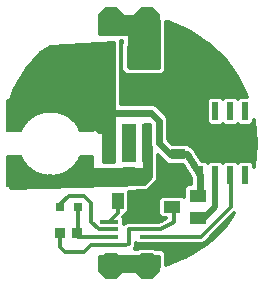
<source format=gtl>
G75*
%MOIN*%
%OFA0B0*%
%FSLAX25Y25*%
%IPPOS*%
%LPD*%
%AMOC8*
5,1,8,0,0,1.08239X$1,22.5*
%
%ADD10R,0.05118X0.03543*%
%ADD11R,0.02165X0.05906*%
%ADD12R,0.03937X0.05512*%
%ADD13R,0.01969X0.12992*%
%ADD14R,0.05118X0.12992*%
%ADD15OC8,0.08600*%
%ADD16C,0.00500*%
%ADD17C,0.00160*%
%ADD18R,0.05000X0.05000*%
%ADD19R,0.06299X0.07480*%
%ADD20R,0.03543X0.06299*%
%ADD21R,0.06299X0.01181*%
%ADD22R,0.03740X0.03740*%
%ADD23R,0.03150X0.03150*%
%ADD24R,0.05512X0.03937*%
%ADD25C,0.01000*%
%ADD26C,0.02400*%
%ADD27C,0.01200*%
%ADD28C,0.03762*%
%ADD29C,0.02778*%
%ADD30C,0.02000*%
D10*
X0062850Y0044110D03*
X0062850Y0051590D03*
D11*
X0070350Y0058480D03*
X0075350Y0058480D03*
X0080350Y0058480D03*
X0085350Y0058480D03*
X0085350Y0037220D03*
X0080350Y0037220D03*
X0075350Y0037220D03*
X0070350Y0037220D03*
D12*
X0050340Y0028519D03*
X0042860Y0028519D03*
X0046600Y0037181D03*
D13*
X0041088Y0047850D03*
X0052112Y0047850D03*
D14*
X0046600Y0047850D03*
D15*
X0040600Y0088850D03*
X0052600Y0088850D03*
X0052600Y0006850D03*
X0040600Y0006850D03*
D16*
X0034720Y0033480D02*
X0005980Y0033480D01*
X0005980Y0043716D01*
X0010507Y0043716D01*
X0010870Y0042459D01*
X0011424Y0041274D01*
X0012158Y0040190D01*
X0013051Y0039234D01*
X0014083Y0038430D01*
X0015229Y0037797D01*
X0016459Y0037351D01*
X0017744Y0037103D01*
X0019051Y0037059D01*
X0020350Y0037220D01*
X0021656Y0037012D01*
X0022979Y0037020D01*
X0024282Y0037246D01*
X0025531Y0037682D01*
X0026691Y0038317D01*
X0027731Y0039134D01*
X0028623Y0040111D01*
X0029343Y0041221D01*
X0029871Y0042433D01*
X0030193Y0043716D01*
X0034720Y0043716D01*
X0034720Y0033480D01*
X0034720Y0033758D02*
X0005980Y0033758D01*
X0005980Y0034256D02*
X0034720Y0034256D01*
X0034720Y0034755D02*
X0005980Y0034755D01*
X0005980Y0035253D02*
X0034720Y0035253D01*
X0034720Y0035752D02*
X0005980Y0035752D01*
X0005980Y0036250D02*
X0034720Y0036250D01*
X0034720Y0036749D02*
X0005980Y0036749D01*
X0005980Y0037247D02*
X0016995Y0037247D01*
X0015369Y0037746D02*
X0005980Y0037746D01*
X0005980Y0038244D02*
X0014419Y0038244D01*
X0013681Y0038743D02*
X0005980Y0038743D01*
X0005980Y0039241D02*
X0013044Y0039241D01*
X0012578Y0039740D02*
X0005980Y0039740D01*
X0005980Y0040238D02*
X0012125Y0040238D01*
X0011787Y0040737D02*
X0005980Y0040737D01*
X0005980Y0041235D02*
X0011450Y0041235D01*
X0011209Y0041734D02*
X0005980Y0041734D01*
X0005980Y0042232D02*
X0010976Y0042232D01*
X0010791Y0042731D02*
X0005980Y0042731D01*
X0005980Y0043229D02*
X0010648Y0043229D01*
X0010507Y0051984D02*
X0005980Y0051984D01*
X0005980Y0062220D01*
X0034720Y0062220D01*
X0034720Y0051984D01*
X0030193Y0051984D01*
X0029830Y0053241D01*
X0029276Y0054426D01*
X0028542Y0055510D01*
X0027649Y0056466D01*
X0026617Y0057270D01*
X0025471Y0057903D01*
X0024241Y0058349D01*
X0022956Y0058597D01*
X0021649Y0058641D01*
X0020350Y0058480D01*
X0019044Y0058688D01*
X0017721Y0058680D01*
X0016418Y0058454D01*
X0015169Y0058018D01*
X0014009Y0057383D01*
X0012969Y0056566D01*
X0012077Y0055589D01*
X0011357Y0054479D01*
X0010829Y0053267D01*
X0010507Y0051984D01*
X0010562Y0052203D02*
X0005980Y0052203D01*
X0005980Y0052701D02*
X0010687Y0052701D01*
X0010813Y0053200D02*
X0005980Y0053200D01*
X0005980Y0053698D02*
X0011017Y0053698D01*
X0011234Y0054197D02*
X0005980Y0054197D01*
X0005980Y0054695D02*
X0011497Y0054695D01*
X0011821Y0055194D02*
X0005980Y0055194D01*
X0005980Y0055692D02*
X0012171Y0055692D01*
X0012627Y0056191D02*
X0005980Y0056191D01*
X0005980Y0056689D02*
X0013127Y0056689D01*
X0013761Y0057188D02*
X0005980Y0057188D01*
X0005980Y0057686D02*
X0014564Y0057686D01*
X0015647Y0058185D02*
X0005980Y0058185D01*
X0005980Y0058683D02*
X0018277Y0058683D01*
X0019076Y0058683D02*
X0034720Y0058683D01*
X0034720Y0058185D02*
X0024695Y0058185D01*
X0025864Y0057686D02*
X0034720Y0057686D01*
X0034720Y0057188D02*
X0026723Y0057188D01*
X0027362Y0056689D02*
X0034720Y0056689D01*
X0034720Y0056191D02*
X0027906Y0056191D01*
X0028372Y0055692D02*
X0034720Y0055692D01*
X0034720Y0055194D02*
X0028757Y0055194D01*
X0029094Y0054695D02*
X0034720Y0054695D01*
X0034720Y0054197D02*
X0029383Y0054197D01*
X0029616Y0053698D02*
X0034720Y0053698D01*
X0034720Y0053200D02*
X0029842Y0053200D01*
X0029986Y0052701D02*
X0034720Y0052701D01*
X0034720Y0052203D02*
X0030129Y0052203D01*
X0034720Y0059182D02*
X0005980Y0059182D01*
X0005980Y0059680D02*
X0034720Y0059680D01*
X0034720Y0060179D02*
X0005980Y0060179D01*
X0005980Y0060677D02*
X0034720Y0060677D01*
X0034720Y0061176D02*
X0005980Y0061176D01*
X0005980Y0061674D02*
X0034720Y0061674D01*
X0034720Y0062173D02*
X0005980Y0062173D01*
X0030070Y0043229D02*
X0034720Y0043229D01*
X0034720Y0042731D02*
X0029945Y0042731D01*
X0029783Y0042232D02*
X0034720Y0042232D01*
X0034720Y0041734D02*
X0029566Y0041734D01*
X0029349Y0041235D02*
X0034720Y0041235D01*
X0034720Y0040737D02*
X0029029Y0040737D01*
X0028706Y0040238D02*
X0034720Y0040238D01*
X0034720Y0039740D02*
X0028284Y0039740D01*
X0027828Y0039241D02*
X0034720Y0039241D01*
X0034720Y0038743D02*
X0027232Y0038743D01*
X0026557Y0038244D02*
X0034720Y0038244D01*
X0034720Y0037746D02*
X0025647Y0037746D01*
X0024286Y0037247D02*
X0034720Y0037247D01*
D17*
X0031454Y0052493D02*
X0030127Y0051935D01*
X0030022Y0052173D01*
X0029910Y0052408D01*
X0029794Y0052640D01*
X0029671Y0052869D01*
X0029543Y0053095D01*
X0029409Y0053318D01*
X0029270Y0053538D01*
X0029126Y0053754D01*
X0028976Y0053967D01*
X0028822Y0054176D01*
X0028662Y0054381D01*
X0028497Y0054582D01*
X0028328Y0054779D01*
X0028154Y0054972D01*
X0027975Y0055160D01*
X0027791Y0055344D01*
X0027603Y0055524D01*
X0027411Y0055699D01*
X0027214Y0055869D01*
X0027014Y0056034D01*
X0026809Y0056195D01*
X0026601Y0056350D01*
X0026389Y0056500D01*
X0026173Y0056646D01*
X0025954Y0056785D01*
X0025732Y0056920D01*
X0025506Y0057048D01*
X0025277Y0057172D01*
X0025045Y0057290D01*
X0024811Y0057402D01*
X0024574Y0057508D01*
X0024334Y0057608D01*
X0024092Y0057703D01*
X0023847Y0057792D01*
X0023601Y0057874D01*
X0023353Y0057951D01*
X0023102Y0058021D01*
X0022851Y0058086D01*
X0022597Y0058144D01*
X0022343Y0058196D01*
X0022087Y0058242D01*
X0021830Y0058282D01*
X0021572Y0058315D01*
X0021313Y0058342D01*
X0021054Y0058363D01*
X0020795Y0058377D01*
X0020535Y0058385D01*
X0020275Y0058387D01*
X0020015Y0058382D01*
X0019756Y0058371D01*
X0019496Y0058354D01*
X0019237Y0058330D01*
X0018979Y0058300D01*
X0018722Y0058264D01*
X0018465Y0058222D01*
X0018210Y0058173D01*
X0017956Y0058118D01*
X0017703Y0058057D01*
X0017452Y0057990D01*
X0017203Y0057916D01*
X0016955Y0057837D01*
X0016710Y0057751D01*
X0016467Y0057660D01*
X0016225Y0057563D01*
X0015987Y0057460D01*
X0015751Y0057351D01*
X0015518Y0057236D01*
X0015287Y0057116D01*
X0015060Y0056990D01*
X0014836Y0056858D01*
X0014615Y0056722D01*
X0014397Y0056579D01*
X0014183Y0056432D01*
X0013973Y0056279D01*
X0013766Y0056122D01*
X0013563Y0055959D01*
X0013365Y0055791D01*
X0013170Y0055619D01*
X0012980Y0055442D01*
X0012794Y0055260D01*
X0012612Y0055074D01*
X0012436Y0054883D01*
X0012263Y0054689D01*
X0012096Y0054490D01*
X0011934Y0054287D01*
X0011776Y0054080D01*
X0011624Y0053869D01*
X0011477Y0053655D01*
X0011335Y0053437D01*
X0011199Y0053216D01*
X0011067Y0052992D01*
X0010942Y0052764D01*
X0010822Y0052533D01*
X0010708Y0052300D01*
X0010599Y0052064D01*
X0010496Y0051825D01*
X0009163Y0052368D01*
X0009279Y0052640D01*
X0009402Y0052908D01*
X0009532Y0053173D01*
X0009668Y0053435D01*
X0009810Y0053694D01*
X0009959Y0053949D01*
X0010114Y0054201D01*
X0010275Y0054448D01*
X0010442Y0054692D01*
X0010615Y0054931D01*
X0010793Y0055166D01*
X0010978Y0055397D01*
X0011168Y0055623D01*
X0011363Y0055844D01*
X0011564Y0056061D01*
X0011770Y0056272D01*
X0011981Y0056479D01*
X0012197Y0056680D01*
X0012418Y0056876D01*
X0012643Y0057067D01*
X0012873Y0057252D01*
X0013108Y0057431D01*
X0013347Y0057604D01*
X0013590Y0057772D01*
X0013837Y0057934D01*
X0014088Y0058089D01*
X0014343Y0058239D01*
X0014601Y0058382D01*
X0014863Y0058519D01*
X0015128Y0058649D01*
X0015396Y0058773D01*
X0015667Y0058890D01*
X0015941Y0059001D01*
X0016217Y0059105D01*
X0016496Y0059202D01*
X0016777Y0059292D01*
X0017060Y0059375D01*
X0017345Y0059452D01*
X0017632Y0059521D01*
X0017921Y0059584D01*
X0018211Y0059639D01*
X0018502Y0059687D01*
X0018795Y0059729D01*
X0019088Y0059763D01*
X0019382Y0059789D01*
X0019677Y0059809D01*
X0019972Y0059822D01*
X0020267Y0059827D01*
X0020562Y0059825D01*
X0020857Y0059816D01*
X0021152Y0059799D01*
X0021447Y0059776D01*
X0021740Y0059745D01*
X0022033Y0059707D01*
X0022325Y0059662D01*
X0022616Y0059610D01*
X0022905Y0059551D01*
X0023193Y0059485D01*
X0023479Y0059411D01*
X0023763Y0059331D01*
X0024045Y0059244D01*
X0024325Y0059150D01*
X0024602Y0059049D01*
X0024877Y0058942D01*
X0025150Y0058828D01*
X0025419Y0058707D01*
X0025686Y0058579D01*
X0025949Y0058446D01*
X0026209Y0058305D01*
X0026465Y0058159D01*
X0026718Y0058006D01*
X0026967Y0057847D01*
X0027212Y0057682D01*
X0027452Y0057512D01*
X0027689Y0057335D01*
X0027921Y0057153D01*
X0028149Y0056965D01*
X0028372Y0056771D01*
X0028590Y0056572D01*
X0028804Y0056368D01*
X0029012Y0056159D01*
X0029215Y0055945D01*
X0029413Y0055725D01*
X0029605Y0055501D01*
X0029792Y0055273D01*
X0029974Y0055040D01*
X0030149Y0054802D01*
X0030319Y0054561D01*
X0030483Y0054315D01*
X0030640Y0054065D01*
X0030792Y0053812D01*
X0030937Y0053555D01*
X0031076Y0053294D01*
X0031209Y0053031D01*
X0031335Y0052764D01*
X0031455Y0052494D01*
X0031315Y0052435D01*
X0031197Y0052702D01*
X0031073Y0052965D01*
X0030942Y0053226D01*
X0030804Y0053483D01*
X0030661Y0053737D01*
X0030511Y0053987D01*
X0030356Y0054234D01*
X0030194Y0054476D01*
X0030026Y0054715D01*
X0029853Y0054949D01*
X0029674Y0055179D01*
X0029489Y0055405D01*
X0029299Y0055626D01*
X0029104Y0055843D01*
X0028903Y0056054D01*
X0028698Y0056261D01*
X0028487Y0056462D01*
X0028271Y0056659D01*
X0028051Y0056850D01*
X0027826Y0057035D01*
X0027597Y0057215D01*
X0027363Y0057390D01*
X0027125Y0057558D01*
X0026883Y0057721D01*
X0026638Y0057878D01*
X0026388Y0058029D01*
X0026135Y0058174D01*
X0025878Y0058312D01*
X0025618Y0058444D01*
X0025355Y0058570D01*
X0025089Y0058689D01*
X0024820Y0058802D01*
X0024549Y0058908D01*
X0024275Y0059008D01*
X0023998Y0059100D01*
X0023720Y0059186D01*
X0023439Y0059266D01*
X0023157Y0059338D01*
X0022873Y0059403D01*
X0022587Y0059462D01*
X0022300Y0059513D01*
X0022012Y0059558D01*
X0021723Y0059595D01*
X0021433Y0059625D01*
X0021142Y0059649D01*
X0020851Y0059665D01*
X0020559Y0059674D01*
X0020268Y0059676D01*
X0019976Y0059671D01*
X0019685Y0059658D01*
X0019394Y0059639D01*
X0019104Y0059612D01*
X0018814Y0059579D01*
X0018525Y0059538D01*
X0018238Y0059490D01*
X0017951Y0059436D01*
X0017666Y0059374D01*
X0017383Y0059306D01*
X0017101Y0059230D01*
X0016822Y0059148D01*
X0016544Y0059059D01*
X0016269Y0058963D01*
X0015996Y0058860D01*
X0015725Y0058751D01*
X0015458Y0058635D01*
X0015193Y0058513D01*
X0014932Y0058384D01*
X0014673Y0058249D01*
X0014418Y0058108D01*
X0014167Y0057960D01*
X0013919Y0057807D01*
X0013675Y0057647D01*
X0013435Y0057482D01*
X0013199Y0057310D01*
X0012967Y0057133D01*
X0012740Y0056951D01*
X0012517Y0056762D01*
X0012299Y0056569D01*
X0012086Y0056370D01*
X0011877Y0056166D01*
X0011674Y0055957D01*
X0011476Y0055744D01*
X0011283Y0055525D01*
X0011095Y0055302D01*
X0010913Y0055074D01*
X0010737Y0054842D01*
X0010566Y0054605D01*
X0010401Y0054365D01*
X0010242Y0054121D01*
X0010089Y0053872D01*
X0009942Y0053620D01*
X0009802Y0053365D01*
X0009667Y0053106D01*
X0009539Y0052844D01*
X0009418Y0052579D01*
X0009302Y0052311D01*
X0009442Y0052254D01*
X0009556Y0052519D01*
X0009676Y0052781D01*
X0009802Y0053039D01*
X0009935Y0053295D01*
X0010074Y0053547D01*
X0010219Y0053795D01*
X0010370Y0054040D01*
X0010527Y0054282D01*
X0010690Y0054519D01*
X0010858Y0054753D01*
X0011033Y0054982D01*
X0011212Y0055207D01*
X0011398Y0055427D01*
X0011588Y0055643D01*
X0011784Y0055854D01*
X0011985Y0056060D01*
X0012190Y0056261D01*
X0012401Y0056458D01*
X0012616Y0056649D01*
X0012836Y0056834D01*
X0013061Y0057015D01*
X0013289Y0057189D01*
X0013522Y0057359D01*
X0013759Y0057522D01*
X0014000Y0057680D01*
X0014245Y0057831D01*
X0014493Y0057977D01*
X0014745Y0058116D01*
X0015000Y0058250D01*
X0015258Y0058377D01*
X0015520Y0058497D01*
X0015784Y0058612D01*
X0016051Y0058719D01*
X0016320Y0058821D01*
X0016592Y0058915D01*
X0016866Y0059003D01*
X0017142Y0059085D01*
X0017421Y0059159D01*
X0017700Y0059227D01*
X0017982Y0059288D01*
X0018264Y0059342D01*
X0018548Y0059389D01*
X0018833Y0059429D01*
X0019119Y0059462D01*
X0019406Y0059488D01*
X0019693Y0059508D01*
X0019981Y0059520D01*
X0020269Y0059525D01*
X0020557Y0059523D01*
X0020844Y0059514D01*
X0021132Y0059498D01*
X0021419Y0059475D01*
X0021705Y0059445D01*
X0021990Y0059408D01*
X0022275Y0059364D01*
X0022558Y0059314D01*
X0022840Y0059256D01*
X0023121Y0059191D01*
X0023400Y0059120D01*
X0023677Y0059042D01*
X0023952Y0058957D01*
X0024225Y0058865D01*
X0024495Y0058767D01*
X0024763Y0058662D01*
X0025029Y0058551D01*
X0025292Y0058433D01*
X0025551Y0058309D01*
X0025808Y0058178D01*
X0026061Y0058042D01*
X0026311Y0057899D01*
X0026558Y0057750D01*
X0026800Y0057595D01*
X0027039Y0057435D01*
X0027274Y0057268D01*
X0027505Y0057096D01*
X0027731Y0056918D01*
X0027953Y0056735D01*
X0028171Y0056546D01*
X0028383Y0056352D01*
X0028591Y0056153D01*
X0028794Y0055949D01*
X0028993Y0055741D01*
X0029185Y0055527D01*
X0029373Y0055309D01*
X0029555Y0055086D01*
X0029732Y0054859D01*
X0029903Y0054627D01*
X0030069Y0054392D01*
X0030228Y0054152D01*
X0030382Y0053909D01*
X0030530Y0053662D01*
X0030672Y0053411D01*
X0030807Y0053157D01*
X0030937Y0052900D01*
X0031060Y0052640D01*
X0031176Y0052377D01*
X0031037Y0052318D01*
X0030922Y0052578D01*
X0030800Y0052835D01*
X0030673Y0053089D01*
X0030539Y0053339D01*
X0030399Y0053587D01*
X0030253Y0053830D01*
X0030101Y0054071D01*
X0029944Y0054307D01*
X0029780Y0054540D01*
X0029611Y0054768D01*
X0029437Y0054992D01*
X0029257Y0055212D01*
X0029072Y0055428D01*
X0028881Y0055639D01*
X0028686Y0055845D01*
X0028485Y0056046D01*
X0028280Y0056242D01*
X0028070Y0056434D01*
X0027855Y0056620D01*
X0027636Y0056801D01*
X0027412Y0056976D01*
X0027185Y0057146D01*
X0026953Y0057311D01*
X0026717Y0057469D01*
X0026477Y0057622D01*
X0026234Y0057769D01*
X0025988Y0057910D01*
X0025737Y0058045D01*
X0025484Y0058174D01*
X0025228Y0058296D01*
X0024968Y0058412D01*
X0024706Y0058522D01*
X0024442Y0058626D01*
X0024175Y0058723D01*
X0023905Y0058813D01*
X0023634Y0058897D01*
X0023360Y0058974D01*
X0023085Y0059045D01*
X0022808Y0059108D01*
X0022530Y0059165D01*
X0022250Y0059215D01*
X0021969Y0059259D01*
X0021687Y0059295D01*
X0021405Y0059325D01*
X0021121Y0059347D01*
X0020838Y0059363D01*
X0020554Y0059372D01*
X0020270Y0059374D01*
X0019985Y0059369D01*
X0019702Y0059357D01*
X0019418Y0059338D01*
X0019135Y0059312D01*
X0018853Y0059279D01*
X0018571Y0059240D01*
X0018291Y0059193D01*
X0018012Y0059140D01*
X0017734Y0059080D01*
X0017458Y0059013D01*
X0017184Y0058939D01*
X0016911Y0058859D01*
X0016640Y0058772D01*
X0016372Y0058679D01*
X0016106Y0058579D01*
X0015843Y0058472D01*
X0015582Y0058360D01*
X0015324Y0058241D01*
X0015069Y0058115D01*
X0014817Y0057984D01*
X0014568Y0057846D01*
X0014323Y0057702D01*
X0014082Y0057552D01*
X0013844Y0057397D01*
X0013610Y0057236D01*
X0013380Y0057069D01*
X0013154Y0056896D01*
X0012933Y0056718D01*
X0012716Y0056535D01*
X0012503Y0056346D01*
X0012295Y0056153D01*
X0012092Y0055954D01*
X0011894Y0055750D01*
X0011700Y0055542D01*
X0011512Y0055329D01*
X0011330Y0055111D01*
X0011152Y0054890D01*
X0010980Y0054663D01*
X0010814Y0054433D01*
X0010653Y0054199D01*
X0010498Y0053960D01*
X0010349Y0053719D01*
X0010206Y0053473D01*
X0010069Y0053224D01*
X0009938Y0052972D01*
X0009813Y0052717D01*
X0009694Y0052459D01*
X0009582Y0052197D01*
X0009722Y0052140D01*
X0009833Y0052398D01*
X0009950Y0052653D01*
X0010073Y0052905D01*
X0010202Y0053154D01*
X0010338Y0053399D01*
X0010479Y0053642D01*
X0010626Y0053880D01*
X0010779Y0054115D01*
X0010938Y0054347D01*
X0011102Y0054574D01*
X0011272Y0054797D01*
X0011447Y0055016D01*
X0011627Y0055231D01*
X0011813Y0055441D01*
X0012004Y0055647D01*
X0012199Y0055848D01*
X0012400Y0056044D01*
X0012605Y0056235D01*
X0012815Y0056421D01*
X0013029Y0056602D01*
X0013248Y0056778D01*
X0013471Y0056948D01*
X0013698Y0057113D01*
X0013929Y0057272D01*
X0014163Y0057425D01*
X0014402Y0057573D01*
X0014644Y0057715D01*
X0014889Y0057851D01*
X0015138Y0057981D01*
X0015389Y0058104D01*
X0015644Y0058222D01*
X0015901Y0058333D01*
X0016161Y0058438D01*
X0016424Y0058537D01*
X0016689Y0058629D01*
X0016956Y0058715D01*
X0017225Y0058794D01*
X0017496Y0058867D01*
X0017768Y0058933D01*
X0018042Y0058992D01*
X0018318Y0059045D01*
X0018594Y0059090D01*
X0018872Y0059130D01*
X0019151Y0059162D01*
X0019430Y0059187D01*
X0019710Y0059206D01*
X0019990Y0059218D01*
X0020270Y0059223D01*
X0020551Y0059221D01*
X0020831Y0059212D01*
X0021111Y0059197D01*
X0021391Y0059174D01*
X0021670Y0059145D01*
X0021948Y0059109D01*
X0022225Y0059067D01*
X0022501Y0059017D01*
X0022776Y0058961D01*
X0023049Y0058898D01*
X0023321Y0058828D01*
X0023591Y0058752D01*
X0023859Y0058669D01*
X0024125Y0058580D01*
X0024388Y0058485D01*
X0024649Y0058382D01*
X0024908Y0058274D01*
X0025164Y0058159D01*
X0025417Y0058038D01*
X0025667Y0057911D01*
X0025914Y0057778D01*
X0026157Y0057639D01*
X0026397Y0057494D01*
X0026634Y0057343D01*
X0026867Y0057187D01*
X0027095Y0057024D01*
X0027320Y0056857D01*
X0027541Y0056684D01*
X0027757Y0056505D01*
X0027969Y0056321D01*
X0028176Y0056133D01*
X0028379Y0055939D01*
X0028577Y0055740D01*
X0028770Y0055537D01*
X0028958Y0055328D01*
X0029141Y0055116D01*
X0029318Y0054899D01*
X0029491Y0054677D01*
X0029657Y0054452D01*
X0029819Y0054222D01*
X0029974Y0053989D01*
X0030124Y0053752D01*
X0030268Y0053511D01*
X0030406Y0053267D01*
X0030538Y0053020D01*
X0030664Y0052769D01*
X0030784Y0052516D01*
X0030898Y0052259D01*
X0030759Y0052201D01*
X0030646Y0052454D01*
X0030528Y0052704D01*
X0030404Y0052951D01*
X0030273Y0053195D01*
X0030137Y0053436D01*
X0029995Y0053674D01*
X0029847Y0053908D01*
X0029693Y0054138D01*
X0029534Y0054364D01*
X0029370Y0054587D01*
X0029200Y0054805D01*
X0029024Y0055019D01*
X0028844Y0055229D01*
X0028659Y0055435D01*
X0028468Y0055635D01*
X0028273Y0055831D01*
X0028073Y0056023D01*
X0027868Y0056209D01*
X0027659Y0056390D01*
X0027446Y0056566D01*
X0027228Y0056737D01*
X0027006Y0056903D01*
X0026780Y0057063D01*
X0026551Y0057217D01*
X0026317Y0057366D01*
X0026080Y0057509D01*
X0025840Y0057646D01*
X0025597Y0057778D01*
X0025350Y0057903D01*
X0025100Y0058022D01*
X0024848Y0058136D01*
X0024592Y0058243D01*
X0024335Y0058343D01*
X0024075Y0058438D01*
X0023812Y0058526D01*
X0023548Y0058607D01*
X0023281Y0058683D01*
X0023013Y0058751D01*
X0022744Y0058813D01*
X0022472Y0058869D01*
X0022200Y0058918D01*
X0021927Y0058960D01*
X0021652Y0058995D01*
X0021377Y0059024D01*
X0021101Y0059046D01*
X0020825Y0059061D01*
X0020548Y0059070D01*
X0020271Y0059072D01*
X0019995Y0059067D01*
X0019718Y0059055D01*
X0019442Y0059037D01*
X0019166Y0059012D01*
X0018891Y0058980D01*
X0018617Y0058941D01*
X0018344Y0058896D01*
X0018073Y0058844D01*
X0017802Y0058786D01*
X0017533Y0058720D01*
X0017266Y0058649D01*
X0017000Y0058571D01*
X0016737Y0058486D01*
X0016475Y0058395D01*
X0016216Y0058298D01*
X0015960Y0058194D01*
X0015706Y0058084D01*
X0015455Y0057968D01*
X0015206Y0057846D01*
X0014961Y0057718D01*
X0014719Y0057584D01*
X0014480Y0057444D01*
X0014245Y0057298D01*
X0014013Y0057147D01*
X0013785Y0056990D01*
X0013561Y0056827D01*
X0013341Y0056659D01*
X0013126Y0056486D01*
X0012914Y0056307D01*
X0012707Y0056124D01*
X0012505Y0055935D01*
X0012307Y0055742D01*
X0012114Y0055543D01*
X0011925Y0055341D01*
X0011742Y0055133D01*
X0011564Y0054921D01*
X0011391Y0054705D01*
X0011224Y0054485D01*
X0011062Y0054260D01*
X0010905Y0054032D01*
X0010754Y0053800D01*
X0010609Y0053565D01*
X0010469Y0053326D01*
X0010336Y0053083D01*
X0010208Y0052838D01*
X0010087Y0052589D01*
X0009971Y0052338D01*
X0009862Y0052084D01*
X0010002Y0052027D01*
X0010110Y0052277D01*
X0010224Y0052525D01*
X0010344Y0052771D01*
X0010469Y0053013D01*
X0010601Y0053252D01*
X0010739Y0053488D01*
X0010882Y0053720D01*
X0011031Y0053949D01*
X0011186Y0054174D01*
X0011346Y0054396D01*
X0011511Y0054613D01*
X0011681Y0054826D01*
X0011857Y0055035D01*
X0012038Y0055240D01*
X0012224Y0055440D01*
X0012414Y0055636D01*
X0012609Y0055826D01*
X0012809Y0056012D01*
X0013013Y0056194D01*
X0013222Y0056370D01*
X0013435Y0056541D01*
X0013652Y0056706D01*
X0013873Y0056867D01*
X0014098Y0057022D01*
X0014326Y0057171D01*
X0014558Y0057315D01*
X0014794Y0057453D01*
X0015033Y0057585D01*
X0015275Y0057712D01*
X0015520Y0057832D01*
X0015768Y0057947D01*
X0016018Y0058055D01*
X0016272Y0058157D01*
X0016527Y0058253D01*
X0016785Y0058343D01*
X0017045Y0058426D01*
X0017307Y0058504D01*
X0017571Y0058574D01*
X0017836Y0058638D01*
X0018103Y0058696D01*
X0018371Y0058747D01*
X0018640Y0058792D01*
X0018911Y0058830D01*
X0019182Y0058861D01*
X0019454Y0058886D01*
X0019726Y0058904D01*
X0019999Y0058916D01*
X0020272Y0058921D01*
X0020545Y0058919D01*
X0020818Y0058911D01*
X0021091Y0058895D01*
X0021363Y0058874D01*
X0021634Y0058845D01*
X0021905Y0058810D01*
X0022175Y0058769D01*
X0022444Y0058721D01*
X0022711Y0058666D01*
X0022977Y0058605D01*
X0023242Y0058537D01*
X0023505Y0058463D01*
X0023766Y0058382D01*
X0024024Y0058295D01*
X0024281Y0058202D01*
X0024535Y0058103D01*
X0024787Y0057997D01*
X0025036Y0057886D01*
X0025283Y0057768D01*
X0025526Y0057644D01*
X0025766Y0057515D01*
X0026004Y0057379D01*
X0026237Y0057238D01*
X0026467Y0057091D01*
X0026694Y0056939D01*
X0026917Y0056781D01*
X0027136Y0056618D01*
X0027350Y0056449D01*
X0027561Y0056275D01*
X0027767Y0056097D01*
X0027969Y0055913D01*
X0028167Y0055724D01*
X0028359Y0055531D01*
X0028547Y0055332D01*
X0028730Y0055130D01*
X0028908Y0054923D01*
X0029081Y0054712D01*
X0029249Y0054496D01*
X0029411Y0054277D01*
X0029568Y0054053D01*
X0029720Y0053826D01*
X0029866Y0053595D01*
X0030006Y0053361D01*
X0030141Y0053123D01*
X0030269Y0052883D01*
X0030392Y0052639D01*
X0030509Y0052392D01*
X0030619Y0052142D01*
X0030480Y0052084D01*
X0030371Y0052330D01*
X0030256Y0052573D01*
X0030135Y0052814D01*
X0030008Y0053052D01*
X0029875Y0053286D01*
X0029737Y0053517D01*
X0029593Y0053745D01*
X0029443Y0053969D01*
X0029288Y0054189D01*
X0029128Y0054406D01*
X0028963Y0054618D01*
X0028792Y0054826D01*
X0028616Y0055031D01*
X0028436Y0055230D01*
X0028251Y0055426D01*
X0028060Y0055617D01*
X0027866Y0055803D01*
X0027667Y0055984D01*
X0027463Y0056160D01*
X0027255Y0056332D01*
X0027043Y0056498D01*
X0026827Y0056659D01*
X0026608Y0056815D01*
X0026384Y0056965D01*
X0026157Y0057110D01*
X0025927Y0057249D01*
X0025693Y0057383D01*
X0025456Y0057511D01*
X0025216Y0057633D01*
X0024973Y0057749D01*
X0024727Y0057859D01*
X0024478Y0057963D01*
X0024228Y0058061D01*
X0023974Y0058153D01*
X0023719Y0058239D01*
X0023462Y0058318D01*
X0023202Y0058391D01*
X0022942Y0058458D01*
X0022679Y0058518D01*
X0022415Y0058572D01*
X0022150Y0058620D01*
X0021884Y0058661D01*
X0021617Y0058695D01*
X0021349Y0058723D01*
X0021080Y0058745D01*
X0020812Y0058760D01*
X0020542Y0058768D01*
X0020273Y0058770D01*
X0020004Y0058765D01*
X0019735Y0058754D01*
X0019466Y0058736D01*
X0019198Y0058711D01*
X0018930Y0058680D01*
X0018663Y0058643D01*
X0018398Y0058599D01*
X0018133Y0058548D01*
X0017870Y0058491D01*
X0017608Y0058428D01*
X0017348Y0058358D01*
X0017090Y0058282D01*
X0016833Y0058200D01*
X0016579Y0058111D01*
X0016327Y0058017D01*
X0016077Y0057916D01*
X0015830Y0057809D01*
X0015585Y0057696D01*
X0015343Y0057577D01*
X0015105Y0057452D01*
X0014869Y0057322D01*
X0014637Y0057186D01*
X0014408Y0057044D01*
X0014182Y0056897D01*
X0013961Y0056744D01*
X0013743Y0056586D01*
X0013529Y0056422D01*
X0013319Y0056254D01*
X0013113Y0056080D01*
X0012911Y0055901D01*
X0012714Y0055718D01*
X0012521Y0055529D01*
X0012334Y0055336D01*
X0012150Y0055139D01*
X0011972Y0054937D01*
X0011799Y0054731D01*
X0011630Y0054521D01*
X0011467Y0054306D01*
X0011310Y0054088D01*
X0011157Y0053866D01*
X0011010Y0053640D01*
X0010869Y0053411D01*
X0010733Y0053178D01*
X0010603Y0052943D01*
X0010479Y0052704D01*
X0010360Y0052462D01*
X0010248Y0052217D01*
X0010141Y0051970D01*
X0010281Y0051913D01*
X0010386Y0052157D01*
X0010497Y0052398D01*
X0010614Y0052636D01*
X0010737Y0052872D01*
X0010865Y0053105D01*
X0010999Y0053334D01*
X0011138Y0053560D01*
X0011283Y0053783D01*
X0011434Y0054002D01*
X0011589Y0054217D01*
X0011750Y0054428D01*
X0011916Y0054636D01*
X0012087Y0054839D01*
X0012263Y0055038D01*
X0012443Y0055233D01*
X0012629Y0055423D01*
X0012819Y0055609D01*
X0013013Y0055790D01*
X0013212Y0055966D01*
X0013415Y0056137D01*
X0013622Y0056304D01*
X0013833Y0056465D01*
X0014048Y0056621D01*
X0014267Y0056772D01*
X0014489Y0056917D01*
X0014715Y0057057D01*
X0014944Y0057191D01*
X0015177Y0057320D01*
X0015412Y0057443D01*
X0015651Y0057560D01*
X0015892Y0057671D01*
X0016135Y0057777D01*
X0016382Y0057876D01*
X0016630Y0057969D01*
X0016881Y0058057D01*
X0017134Y0058138D01*
X0017389Y0058213D01*
X0017646Y0058282D01*
X0017904Y0058344D01*
X0018163Y0058400D01*
X0018424Y0058450D01*
X0018686Y0058493D01*
X0018949Y0058530D01*
X0019213Y0058561D01*
X0019478Y0058585D01*
X0019743Y0058603D01*
X0020008Y0058614D01*
X0020274Y0058619D01*
X0020539Y0058617D01*
X0020805Y0058609D01*
X0021070Y0058594D01*
X0021335Y0058573D01*
X0021599Y0058545D01*
X0021863Y0058511D01*
X0022125Y0058471D01*
X0022387Y0058424D01*
X0022647Y0058371D01*
X0022906Y0058311D01*
X0023163Y0058245D01*
X0023419Y0058173D01*
X0023672Y0058095D01*
X0023924Y0058010D01*
X0024174Y0057920D01*
X0024421Y0057823D01*
X0024666Y0057720D01*
X0024909Y0057612D01*
X0025148Y0057497D01*
X0025385Y0057377D01*
X0025619Y0057251D01*
X0025850Y0057119D01*
X0026077Y0056982D01*
X0026301Y0056839D01*
X0026521Y0056691D01*
X0026738Y0056537D01*
X0026951Y0056379D01*
X0027160Y0056215D01*
X0027365Y0056046D01*
X0027566Y0055872D01*
X0027762Y0055693D01*
X0027954Y0055509D01*
X0028142Y0055321D01*
X0028325Y0055128D01*
X0028503Y0054931D01*
X0028676Y0054730D01*
X0028844Y0054524D01*
X0029007Y0054315D01*
X0029165Y0054101D01*
X0029318Y0053884D01*
X0029466Y0053663D01*
X0029608Y0053439D01*
X0029744Y0053211D01*
X0029875Y0052980D01*
X0030000Y0052745D01*
X0030120Y0052508D01*
X0030233Y0052268D01*
X0030341Y0052025D01*
X0030202Y0051967D01*
X0030096Y0052206D01*
X0029984Y0052443D01*
X0029866Y0052677D01*
X0029742Y0052908D01*
X0029613Y0053136D01*
X0029479Y0053360D01*
X0029338Y0053582D01*
X0029193Y0053800D01*
X0029042Y0054014D01*
X0028887Y0054224D01*
X0028726Y0054431D01*
X0028560Y0054634D01*
X0028389Y0054832D01*
X0028213Y0055026D01*
X0028033Y0055216D01*
X0027848Y0055402D01*
X0027659Y0055583D01*
X0027465Y0055759D01*
X0027267Y0055931D01*
X0027065Y0056097D01*
X0026859Y0056259D01*
X0026649Y0056416D01*
X0026435Y0056567D01*
X0026218Y0056713D01*
X0025997Y0056854D01*
X0025773Y0056989D01*
X0025545Y0057119D01*
X0025315Y0057243D01*
X0025081Y0057362D01*
X0024845Y0057475D01*
X0024606Y0057582D01*
X0024364Y0057683D01*
X0024120Y0057779D01*
X0023874Y0057868D01*
X0023626Y0057951D01*
X0023376Y0058029D01*
X0023124Y0058100D01*
X0022870Y0058165D01*
X0022615Y0058223D01*
X0022358Y0058276D01*
X0022100Y0058322D01*
X0021841Y0058362D01*
X0021581Y0058395D01*
X0021321Y0058423D01*
X0021060Y0058444D01*
X0020798Y0058458D01*
X0020537Y0058466D01*
X0020275Y0058468D01*
X0020013Y0058463D01*
X0019751Y0058452D01*
X0019490Y0058435D01*
X0019229Y0058411D01*
X0018969Y0058381D01*
X0018709Y0058344D01*
X0018451Y0058301D01*
X0018194Y0058252D01*
X0017938Y0058197D01*
X0017683Y0058135D01*
X0017430Y0058068D01*
X0017179Y0057994D01*
X0016929Y0057914D01*
X0016682Y0057828D01*
X0016437Y0057735D01*
X0016194Y0057637D01*
X0015954Y0057533D01*
X0015716Y0057424D01*
X0015481Y0057308D01*
X0015249Y0057187D01*
X0015019Y0057060D01*
X0014794Y0056928D01*
X0014571Y0056790D01*
X0014352Y0056646D01*
X0014136Y0056498D01*
X0013924Y0056344D01*
X0013716Y0056185D01*
X0013511Y0056021D01*
X0013311Y0055852D01*
X0013115Y0055679D01*
X0012924Y0055500D01*
X0012736Y0055317D01*
X0012553Y0055129D01*
X0012375Y0054937D01*
X0012202Y0054741D01*
X0012033Y0054541D01*
X0011870Y0054336D01*
X0011711Y0054128D01*
X0011558Y0053916D01*
X0011409Y0053700D01*
X0011266Y0053480D01*
X0011129Y0053257D01*
X0010997Y0053031D01*
X0010870Y0052802D01*
X0010749Y0052569D01*
X0010634Y0052334D01*
X0010525Y0052096D01*
X0010421Y0051856D01*
X0009246Y0043207D02*
X0010573Y0043765D01*
X0010678Y0043527D01*
X0010790Y0043292D01*
X0010906Y0043060D01*
X0011029Y0042831D01*
X0011157Y0042605D01*
X0011291Y0042382D01*
X0011430Y0042162D01*
X0011574Y0041946D01*
X0011724Y0041733D01*
X0011878Y0041524D01*
X0012038Y0041319D01*
X0012203Y0041118D01*
X0012372Y0040921D01*
X0012546Y0040728D01*
X0012725Y0040540D01*
X0012909Y0040356D01*
X0013097Y0040176D01*
X0013289Y0040001D01*
X0013486Y0039831D01*
X0013686Y0039666D01*
X0013891Y0039505D01*
X0014099Y0039350D01*
X0014311Y0039200D01*
X0014527Y0039054D01*
X0014746Y0038915D01*
X0014968Y0038780D01*
X0015194Y0038652D01*
X0015423Y0038528D01*
X0015655Y0038410D01*
X0015889Y0038298D01*
X0016126Y0038192D01*
X0016366Y0038092D01*
X0016608Y0037997D01*
X0016853Y0037908D01*
X0017099Y0037826D01*
X0017347Y0037749D01*
X0017598Y0037679D01*
X0017849Y0037614D01*
X0018103Y0037556D01*
X0018357Y0037504D01*
X0018613Y0037458D01*
X0018870Y0037418D01*
X0019128Y0037385D01*
X0019387Y0037358D01*
X0019646Y0037337D01*
X0019905Y0037323D01*
X0020165Y0037315D01*
X0020425Y0037313D01*
X0020685Y0037318D01*
X0020944Y0037329D01*
X0021204Y0037346D01*
X0021463Y0037370D01*
X0021721Y0037400D01*
X0021978Y0037436D01*
X0022235Y0037478D01*
X0022490Y0037527D01*
X0022744Y0037582D01*
X0022997Y0037643D01*
X0023248Y0037710D01*
X0023497Y0037784D01*
X0023745Y0037863D01*
X0023990Y0037949D01*
X0024233Y0038040D01*
X0024475Y0038137D01*
X0024713Y0038240D01*
X0024949Y0038349D01*
X0025182Y0038464D01*
X0025413Y0038584D01*
X0025640Y0038710D01*
X0025864Y0038842D01*
X0026085Y0038978D01*
X0026303Y0039121D01*
X0026517Y0039268D01*
X0026727Y0039421D01*
X0026934Y0039578D01*
X0027137Y0039741D01*
X0027335Y0039909D01*
X0027530Y0040081D01*
X0027720Y0040258D01*
X0027906Y0040440D01*
X0028088Y0040626D01*
X0028264Y0040817D01*
X0028437Y0041011D01*
X0028604Y0041210D01*
X0028766Y0041413D01*
X0028924Y0041620D01*
X0029076Y0041831D01*
X0029223Y0042045D01*
X0029365Y0042263D01*
X0029501Y0042484D01*
X0029633Y0042708D01*
X0029758Y0042936D01*
X0029878Y0043167D01*
X0029992Y0043400D01*
X0030101Y0043636D01*
X0030204Y0043875D01*
X0031537Y0043332D01*
X0031421Y0043060D01*
X0031298Y0042792D01*
X0031168Y0042527D01*
X0031032Y0042265D01*
X0030890Y0042006D01*
X0030741Y0041751D01*
X0030586Y0041499D01*
X0030425Y0041252D01*
X0030258Y0041008D01*
X0030085Y0040769D01*
X0029907Y0040534D01*
X0029722Y0040303D01*
X0029532Y0040077D01*
X0029337Y0039856D01*
X0029136Y0039639D01*
X0028930Y0039428D01*
X0028719Y0039221D01*
X0028503Y0039020D01*
X0028282Y0038824D01*
X0028057Y0038633D01*
X0027827Y0038448D01*
X0027592Y0038269D01*
X0027353Y0038096D01*
X0027110Y0037928D01*
X0026863Y0037766D01*
X0026612Y0037611D01*
X0026357Y0037461D01*
X0026099Y0037318D01*
X0025837Y0037181D01*
X0025572Y0037051D01*
X0025304Y0036927D01*
X0025033Y0036810D01*
X0024759Y0036699D01*
X0024483Y0036595D01*
X0024204Y0036498D01*
X0023923Y0036408D01*
X0023640Y0036325D01*
X0023355Y0036248D01*
X0023068Y0036179D01*
X0022779Y0036116D01*
X0022489Y0036061D01*
X0022198Y0036013D01*
X0021905Y0035971D01*
X0021612Y0035937D01*
X0021318Y0035911D01*
X0021023Y0035891D01*
X0020728Y0035878D01*
X0020433Y0035873D01*
X0020138Y0035875D01*
X0019843Y0035884D01*
X0019548Y0035901D01*
X0019253Y0035924D01*
X0018960Y0035955D01*
X0018667Y0035993D01*
X0018375Y0036038D01*
X0018084Y0036090D01*
X0017795Y0036149D01*
X0017507Y0036215D01*
X0017221Y0036289D01*
X0016937Y0036369D01*
X0016655Y0036456D01*
X0016375Y0036550D01*
X0016098Y0036651D01*
X0015823Y0036758D01*
X0015550Y0036872D01*
X0015281Y0036993D01*
X0015014Y0037121D01*
X0014751Y0037254D01*
X0014491Y0037395D01*
X0014235Y0037541D01*
X0013982Y0037694D01*
X0013733Y0037853D01*
X0013488Y0038018D01*
X0013248Y0038188D01*
X0013011Y0038365D01*
X0012779Y0038547D01*
X0012551Y0038735D01*
X0012328Y0038929D01*
X0012110Y0039128D01*
X0011896Y0039332D01*
X0011688Y0039541D01*
X0011485Y0039755D01*
X0011287Y0039975D01*
X0011095Y0040199D01*
X0010908Y0040427D01*
X0010726Y0040660D01*
X0010551Y0040898D01*
X0010381Y0041139D01*
X0010217Y0041385D01*
X0010060Y0041635D01*
X0009908Y0041888D01*
X0009763Y0042145D01*
X0009624Y0042406D01*
X0009491Y0042669D01*
X0009365Y0042936D01*
X0009245Y0043206D01*
X0009385Y0043265D01*
X0009503Y0042998D01*
X0009627Y0042735D01*
X0009758Y0042474D01*
X0009896Y0042217D01*
X0010039Y0041963D01*
X0010189Y0041713D01*
X0010344Y0041466D01*
X0010506Y0041224D01*
X0010674Y0040985D01*
X0010847Y0040751D01*
X0011026Y0040521D01*
X0011211Y0040295D01*
X0011401Y0040074D01*
X0011596Y0039857D01*
X0011797Y0039646D01*
X0012002Y0039439D01*
X0012213Y0039238D01*
X0012429Y0039041D01*
X0012649Y0038850D01*
X0012874Y0038665D01*
X0013103Y0038485D01*
X0013337Y0038310D01*
X0013575Y0038142D01*
X0013817Y0037979D01*
X0014062Y0037822D01*
X0014312Y0037671D01*
X0014565Y0037526D01*
X0014822Y0037388D01*
X0015082Y0037256D01*
X0015345Y0037130D01*
X0015611Y0037011D01*
X0015880Y0036898D01*
X0016151Y0036792D01*
X0016425Y0036692D01*
X0016702Y0036600D01*
X0016980Y0036514D01*
X0017261Y0036434D01*
X0017543Y0036362D01*
X0017827Y0036297D01*
X0018113Y0036238D01*
X0018400Y0036187D01*
X0018688Y0036142D01*
X0018977Y0036105D01*
X0019267Y0036075D01*
X0019558Y0036051D01*
X0019849Y0036035D01*
X0020141Y0036026D01*
X0020432Y0036024D01*
X0020724Y0036029D01*
X0021015Y0036042D01*
X0021306Y0036061D01*
X0021596Y0036088D01*
X0021886Y0036121D01*
X0022175Y0036162D01*
X0022462Y0036210D01*
X0022749Y0036264D01*
X0023034Y0036326D01*
X0023317Y0036394D01*
X0023599Y0036470D01*
X0023878Y0036552D01*
X0024156Y0036641D01*
X0024431Y0036737D01*
X0024704Y0036840D01*
X0024975Y0036949D01*
X0025242Y0037065D01*
X0025507Y0037187D01*
X0025768Y0037316D01*
X0026027Y0037451D01*
X0026282Y0037592D01*
X0026533Y0037740D01*
X0026781Y0037893D01*
X0027025Y0038053D01*
X0027265Y0038218D01*
X0027501Y0038390D01*
X0027733Y0038567D01*
X0027960Y0038749D01*
X0028183Y0038938D01*
X0028401Y0039131D01*
X0028614Y0039330D01*
X0028823Y0039534D01*
X0029026Y0039743D01*
X0029224Y0039956D01*
X0029417Y0040175D01*
X0029605Y0040398D01*
X0029787Y0040626D01*
X0029963Y0040858D01*
X0030134Y0041095D01*
X0030299Y0041335D01*
X0030458Y0041579D01*
X0030611Y0041828D01*
X0030758Y0042080D01*
X0030898Y0042335D01*
X0031033Y0042594D01*
X0031161Y0042856D01*
X0031282Y0043121D01*
X0031398Y0043389D01*
X0031258Y0043446D01*
X0031144Y0043181D01*
X0031024Y0042919D01*
X0030898Y0042661D01*
X0030765Y0042405D01*
X0030626Y0042153D01*
X0030481Y0041905D01*
X0030330Y0041660D01*
X0030173Y0041418D01*
X0030010Y0041181D01*
X0029842Y0040947D01*
X0029667Y0040718D01*
X0029488Y0040493D01*
X0029302Y0040273D01*
X0029112Y0040057D01*
X0028916Y0039846D01*
X0028715Y0039640D01*
X0028510Y0039439D01*
X0028299Y0039242D01*
X0028084Y0039051D01*
X0027864Y0038866D01*
X0027639Y0038685D01*
X0027411Y0038511D01*
X0027178Y0038341D01*
X0026941Y0038178D01*
X0026700Y0038020D01*
X0026455Y0037869D01*
X0026207Y0037723D01*
X0025955Y0037584D01*
X0025700Y0037450D01*
X0025442Y0037323D01*
X0025180Y0037203D01*
X0024916Y0037088D01*
X0024649Y0036981D01*
X0024380Y0036879D01*
X0024108Y0036785D01*
X0023834Y0036697D01*
X0023558Y0036615D01*
X0023279Y0036541D01*
X0023000Y0036473D01*
X0022718Y0036412D01*
X0022436Y0036358D01*
X0022152Y0036311D01*
X0021867Y0036271D01*
X0021581Y0036238D01*
X0021294Y0036212D01*
X0021007Y0036192D01*
X0020719Y0036180D01*
X0020431Y0036175D01*
X0020143Y0036177D01*
X0019856Y0036186D01*
X0019568Y0036202D01*
X0019281Y0036225D01*
X0018995Y0036255D01*
X0018710Y0036292D01*
X0018425Y0036336D01*
X0018142Y0036386D01*
X0017860Y0036444D01*
X0017579Y0036509D01*
X0017300Y0036580D01*
X0017023Y0036658D01*
X0016748Y0036743D01*
X0016475Y0036835D01*
X0016205Y0036933D01*
X0015937Y0037038D01*
X0015671Y0037149D01*
X0015408Y0037267D01*
X0015149Y0037391D01*
X0014892Y0037522D01*
X0014639Y0037658D01*
X0014389Y0037801D01*
X0014142Y0037950D01*
X0013900Y0038105D01*
X0013661Y0038265D01*
X0013426Y0038432D01*
X0013195Y0038604D01*
X0012969Y0038782D01*
X0012747Y0038965D01*
X0012529Y0039154D01*
X0012317Y0039348D01*
X0012109Y0039547D01*
X0011906Y0039751D01*
X0011707Y0039959D01*
X0011515Y0040173D01*
X0011327Y0040391D01*
X0011145Y0040614D01*
X0010968Y0040841D01*
X0010797Y0041073D01*
X0010631Y0041308D01*
X0010472Y0041548D01*
X0010318Y0041791D01*
X0010170Y0042038D01*
X0010028Y0042289D01*
X0009893Y0042543D01*
X0009763Y0042800D01*
X0009640Y0043060D01*
X0009524Y0043323D01*
X0009663Y0043382D01*
X0009778Y0043122D01*
X0009900Y0042865D01*
X0010027Y0042611D01*
X0010161Y0042361D01*
X0010301Y0042113D01*
X0010447Y0041870D01*
X0010599Y0041629D01*
X0010756Y0041393D01*
X0010920Y0041160D01*
X0011089Y0040932D01*
X0011263Y0040708D01*
X0011443Y0040488D01*
X0011628Y0040272D01*
X0011819Y0040061D01*
X0012014Y0039855D01*
X0012215Y0039654D01*
X0012420Y0039458D01*
X0012630Y0039266D01*
X0012845Y0039080D01*
X0013064Y0038899D01*
X0013288Y0038724D01*
X0013515Y0038554D01*
X0013747Y0038389D01*
X0013983Y0038231D01*
X0014223Y0038078D01*
X0014466Y0037931D01*
X0014712Y0037790D01*
X0014963Y0037655D01*
X0015216Y0037526D01*
X0015472Y0037404D01*
X0015732Y0037288D01*
X0015994Y0037178D01*
X0016258Y0037074D01*
X0016525Y0036977D01*
X0016795Y0036887D01*
X0017066Y0036803D01*
X0017340Y0036726D01*
X0017615Y0036655D01*
X0017892Y0036592D01*
X0018170Y0036535D01*
X0018450Y0036485D01*
X0018731Y0036441D01*
X0019013Y0036405D01*
X0019295Y0036375D01*
X0019579Y0036353D01*
X0019862Y0036337D01*
X0020146Y0036328D01*
X0020430Y0036326D01*
X0020715Y0036331D01*
X0020998Y0036343D01*
X0021282Y0036362D01*
X0021565Y0036388D01*
X0021847Y0036421D01*
X0022129Y0036460D01*
X0022409Y0036507D01*
X0022688Y0036560D01*
X0022966Y0036620D01*
X0023242Y0036687D01*
X0023516Y0036761D01*
X0023789Y0036841D01*
X0024060Y0036928D01*
X0024328Y0037021D01*
X0024594Y0037121D01*
X0024857Y0037228D01*
X0025118Y0037340D01*
X0025376Y0037459D01*
X0025631Y0037585D01*
X0025883Y0037716D01*
X0026132Y0037854D01*
X0026377Y0037998D01*
X0026618Y0038148D01*
X0026856Y0038303D01*
X0027090Y0038464D01*
X0027320Y0038631D01*
X0027546Y0038804D01*
X0027767Y0038982D01*
X0027984Y0039165D01*
X0028197Y0039354D01*
X0028405Y0039547D01*
X0028608Y0039746D01*
X0028806Y0039950D01*
X0029000Y0040158D01*
X0029188Y0040371D01*
X0029370Y0040589D01*
X0029548Y0040810D01*
X0029720Y0041037D01*
X0029886Y0041267D01*
X0030047Y0041501D01*
X0030202Y0041740D01*
X0030351Y0041981D01*
X0030494Y0042227D01*
X0030631Y0042476D01*
X0030762Y0042728D01*
X0030887Y0042983D01*
X0031006Y0043241D01*
X0031118Y0043503D01*
X0030978Y0043560D01*
X0030867Y0043302D01*
X0030750Y0043047D01*
X0030627Y0042795D01*
X0030498Y0042546D01*
X0030362Y0042301D01*
X0030221Y0042058D01*
X0030074Y0041820D01*
X0029921Y0041585D01*
X0029762Y0041353D01*
X0029598Y0041126D01*
X0029428Y0040903D01*
X0029253Y0040684D01*
X0029073Y0040469D01*
X0028887Y0040259D01*
X0028696Y0040053D01*
X0028501Y0039852D01*
X0028300Y0039656D01*
X0028095Y0039465D01*
X0027885Y0039279D01*
X0027671Y0039098D01*
X0027452Y0038922D01*
X0027229Y0038752D01*
X0027002Y0038587D01*
X0026771Y0038428D01*
X0026537Y0038275D01*
X0026298Y0038127D01*
X0026056Y0037985D01*
X0025811Y0037849D01*
X0025562Y0037719D01*
X0025311Y0037596D01*
X0025056Y0037478D01*
X0024799Y0037367D01*
X0024539Y0037262D01*
X0024276Y0037163D01*
X0024011Y0037071D01*
X0023744Y0036985D01*
X0023475Y0036906D01*
X0023204Y0036833D01*
X0022932Y0036767D01*
X0022658Y0036708D01*
X0022382Y0036655D01*
X0022106Y0036610D01*
X0021828Y0036570D01*
X0021549Y0036538D01*
X0021270Y0036513D01*
X0020990Y0036494D01*
X0020710Y0036482D01*
X0020430Y0036477D01*
X0020149Y0036479D01*
X0019869Y0036488D01*
X0019589Y0036503D01*
X0019309Y0036526D01*
X0019030Y0036555D01*
X0018752Y0036591D01*
X0018475Y0036633D01*
X0018199Y0036683D01*
X0017924Y0036739D01*
X0017651Y0036802D01*
X0017379Y0036872D01*
X0017109Y0036948D01*
X0016841Y0037031D01*
X0016575Y0037120D01*
X0016312Y0037215D01*
X0016051Y0037318D01*
X0015792Y0037426D01*
X0015536Y0037541D01*
X0015283Y0037662D01*
X0015033Y0037789D01*
X0014786Y0037922D01*
X0014543Y0038061D01*
X0014303Y0038206D01*
X0014066Y0038357D01*
X0013833Y0038513D01*
X0013605Y0038676D01*
X0013380Y0038843D01*
X0013159Y0039016D01*
X0012943Y0039195D01*
X0012731Y0039379D01*
X0012524Y0039567D01*
X0012321Y0039761D01*
X0012123Y0039960D01*
X0011930Y0040163D01*
X0011742Y0040372D01*
X0011559Y0040584D01*
X0011382Y0040801D01*
X0011209Y0041023D01*
X0011043Y0041248D01*
X0010881Y0041478D01*
X0010726Y0041711D01*
X0010576Y0041948D01*
X0010432Y0042189D01*
X0010294Y0042433D01*
X0010162Y0042680D01*
X0010036Y0042931D01*
X0009916Y0043184D01*
X0009802Y0043441D01*
X0009941Y0043499D01*
X0010054Y0043246D01*
X0010172Y0042996D01*
X0010296Y0042749D01*
X0010427Y0042505D01*
X0010563Y0042264D01*
X0010705Y0042026D01*
X0010853Y0041792D01*
X0011007Y0041562D01*
X0011166Y0041336D01*
X0011330Y0041113D01*
X0011500Y0040895D01*
X0011676Y0040681D01*
X0011856Y0040471D01*
X0012041Y0040265D01*
X0012232Y0040065D01*
X0012427Y0039869D01*
X0012627Y0039677D01*
X0012832Y0039491D01*
X0013041Y0039310D01*
X0013254Y0039134D01*
X0013472Y0038963D01*
X0013694Y0038797D01*
X0013920Y0038637D01*
X0014149Y0038483D01*
X0014383Y0038334D01*
X0014620Y0038191D01*
X0014860Y0038054D01*
X0015103Y0037922D01*
X0015350Y0037797D01*
X0015600Y0037678D01*
X0015852Y0037564D01*
X0016108Y0037457D01*
X0016365Y0037357D01*
X0016625Y0037262D01*
X0016888Y0037174D01*
X0017152Y0037093D01*
X0017419Y0037017D01*
X0017687Y0036949D01*
X0017956Y0036887D01*
X0018228Y0036831D01*
X0018500Y0036782D01*
X0018773Y0036740D01*
X0019048Y0036705D01*
X0019323Y0036676D01*
X0019599Y0036654D01*
X0019875Y0036639D01*
X0020152Y0036630D01*
X0020429Y0036628D01*
X0020705Y0036633D01*
X0020982Y0036645D01*
X0021258Y0036663D01*
X0021534Y0036688D01*
X0021809Y0036720D01*
X0022083Y0036759D01*
X0022356Y0036804D01*
X0022627Y0036856D01*
X0022898Y0036914D01*
X0023167Y0036980D01*
X0023434Y0037051D01*
X0023700Y0037129D01*
X0023963Y0037214D01*
X0024225Y0037305D01*
X0024484Y0037402D01*
X0024740Y0037506D01*
X0024994Y0037616D01*
X0025245Y0037732D01*
X0025494Y0037854D01*
X0025739Y0037982D01*
X0025981Y0038116D01*
X0026220Y0038256D01*
X0026455Y0038402D01*
X0026687Y0038553D01*
X0026915Y0038710D01*
X0027139Y0038873D01*
X0027359Y0039041D01*
X0027574Y0039214D01*
X0027786Y0039393D01*
X0027993Y0039576D01*
X0028195Y0039765D01*
X0028393Y0039958D01*
X0028586Y0040157D01*
X0028775Y0040359D01*
X0028958Y0040567D01*
X0029136Y0040779D01*
X0029309Y0040995D01*
X0029476Y0041215D01*
X0029638Y0041440D01*
X0029795Y0041668D01*
X0029946Y0041900D01*
X0030091Y0042135D01*
X0030231Y0042374D01*
X0030364Y0042617D01*
X0030492Y0042862D01*
X0030613Y0043111D01*
X0030729Y0043362D01*
X0030838Y0043616D01*
X0030698Y0043673D01*
X0030590Y0043423D01*
X0030476Y0043175D01*
X0030356Y0042929D01*
X0030231Y0042687D01*
X0030099Y0042448D01*
X0029961Y0042212D01*
X0029818Y0041980D01*
X0029669Y0041751D01*
X0029514Y0041526D01*
X0029354Y0041304D01*
X0029189Y0041087D01*
X0029019Y0040874D01*
X0028843Y0040665D01*
X0028662Y0040460D01*
X0028476Y0040260D01*
X0028286Y0040064D01*
X0028091Y0039874D01*
X0027891Y0039688D01*
X0027687Y0039506D01*
X0027478Y0039330D01*
X0027265Y0039159D01*
X0027048Y0038994D01*
X0026827Y0038833D01*
X0026602Y0038678D01*
X0026374Y0038529D01*
X0026142Y0038385D01*
X0025906Y0038247D01*
X0025667Y0038115D01*
X0025425Y0037988D01*
X0025180Y0037868D01*
X0024932Y0037753D01*
X0024682Y0037645D01*
X0024428Y0037543D01*
X0024173Y0037447D01*
X0023915Y0037357D01*
X0023655Y0037274D01*
X0023393Y0037196D01*
X0023129Y0037126D01*
X0022864Y0037062D01*
X0022597Y0037004D01*
X0022329Y0036953D01*
X0022060Y0036908D01*
X0021789Y0036870D01*
X0021518Y0036839D01*
X0021246Y0036814D01*
X0020974Y0036796D01*
X0020701Y0036784D01*
X0020428Y0036779D01*
X0020155Y0036781D01*
X0019882Y0036789D01*
X0019609Y0036805D01*
X0019337Y0036826D01*
X0019066Y0036855D01*
X0018795Y0036890D01*
X0018525Y0036931D01*
X0018256Y0036979D01*
X0017989Y0037034D01*
X0017723Y0037095D01*
X0017458Y0037163D01*
X0017195Y0037237D01*
X0016934Y0037318D01*
X0016676Y0037405D01*
X0016419Y0037498D01*
X0016165Y0037597D01*
X0015913Y0037703D01*
X0015664Y0037814D01*
X0015417Y0037932D01*
X0015174Y0038056D01*
X0014934Y0038185D01*
X0014696Y0038321D01*
X0014463Y0038462D01*
X0014233Y0038609D01*
X0014006Y0038761D01*
X0013783Y0038919D01*
X0013564Y0039082D01*
X0013350Y0039251D01*
X0013139Y0039425D01*
X0012933Y0039603D01*
X0012731Y0039787D01*
X0012533Y0039976D01*
X0012341Y0040169D01*
X0012153Y0040368D01*
X0011970Y0040570D01*
X0011792Y0040777D01*
X0011619Y0040988D01*
X0011451Y0041204D01*
X0011289Y0041423D01*
X0011132Y0041647D01*
X0010980Y0041874D01*
X0010834Y0042105D01*
X0010694Y0042339D01*
X0010559Y0042577D01*
X0010431Y0042817D01*
X0010308Y0043061D01*
X0010191Y0043308D01*
X0010081Y0043558D01*
X0010220Y0043616D01*
X0010329Y0043370D01*
X0010444Y0043127D01*
X0010565Y0042886D01*
X0010692Y0042648D01*
X0010825Y0042414D01*
X0010963Y0042183D01*
X0011107Y0041955D01*
X0011257Y0041731D01*
X0011412Y0041511D01*
X0011572Y0041294D01*
X0011737Y0041082D01*
X0011908Y0040874D01*
X0012084Y0040669D01*
X0012264Y0040470D01*
X0012449Y0040274D01*
X0012640Y0040083D01*
X0012834Y0039897D01*
X0013033Y0039716D01*
X0013237Y0039540D01*
X0013445Y0039368D01*
X0013657Y0039202D01*
X0013873Y0039041D01*
X0014092Y0038885D01*
X0014316Y0038735D01*
X0014543Y0038590D01*
X0014773Y0038451D01*
X0015007Y0038317D01*
X0015244Y0038189D01*
X0015484Y0038067D01*
X0015727Y0037951D01*
X0015973Y0037841D01*
X0016222Y0037737D01*
X0016472Y0037639D01*
X0016726Y0037547D01*
X0016981Y0037461D01*
X0017238Y0037382D01*
X0017498Y0037309D01*
X0017758Y0037242D01*
X0018021Y0037182D01*
X0018285Y0037128D01*
X0018550Y0037080D01*
X0018816Y0037039D01*
X0019083Y0037005D01*
X0019351Y0036977D01*
X0019620Y0036955D01*
X0019888Y0036940D01*
X0020158Y0036932D01*
X0020427Y0036930D01*
X0020696Y0036935D01*
X0020965Y0036946D01*
X0021234Y0036964D01*
X0021502Y0036989D01*
X0021770Y0037020D01*
X0022037Y0037057D01*
X0022302Y0037101D01*
X0022567Y0037152D01*
X0022830Y0037209D01*
X0023092Y0037272D01*
X0023352Y0037342D01*
X0023610Y0037418D01*
X0023867Y0037500D01*
X0024121Y0037589D01*
X0024373Y0037683D01*
X0024623Y0037784D01*
X0024870Y0037891D01*
X0025115Y0038004D01*
X0025357Y0038123D01*
X0025595Y0038248D01*
X0025831Y0038378D01*
X0026063Y0038514D01*
X0026292Y0038656D01*
X0026518Y0038803D01*
X0026739Y0038956D01*
X0026957Y0039114D01*
X0027171Y0039278D01*
X0027381Y0039446D01*
X0027587Y0039620D01*
X0027789Y0039799D01*
X0027986Y0039982D01*
X0028179Y0040171D01*
X0028366Y0040364D01*
X0028550Y0040561D01*
X0028728Y0040763D01*
X0028901Y0040969D01*
X0029070Y0041179D01*
X0029233Y0041394D01*
X0029390Y0041612D01*
X0029543Y0041834D01*
X0029690Y0042060D01*
X0029831Y0042289D01*
X0029967Y0042522D01*
X0030097Y0042757D01*
X0030221Y0042996D01*
X0030340Y0043238D01*
X0030452Y0043483D01*
X0030559Y0043730D01*
X0030419Y0043787D01*
X0030314Y0043543D01*
X0030203Y0043302D01*
X0030086Y0043064D01*
X0029963Y0042828D01*
X0029835Y0042595D01*
X0029701Y0042366D01*
X0029562Y0042140D01*
X0029417Y0041917D01*
X0029266Y0041698D01*
X0029111Y0041483D01*
X0028950Y0041272D01*
X0028784Y0041064D01*
X0028613Y0040861D01*
X0028437Y0040662D01*
X0028257Y0040467D01*
X0028071Y0040277D01*
X0027881Y0040091D01*
X0027687Y0039910D01*
X0027488Y0039734D01*
X0027285Y0039563D01*
X0027078Y0039396D01*
X0026867Y0039235D01*
X0026652Y0039079D01*
X0026433Y0038928D01*
X0026211Y0038783D01*
X0025985Y0038643D01*
X0025756Y0038509D01*
X0025523Y0038380D01*
X0025288Y0038257D01*
X0025049Y0038140D01*
X0024808Y0038029D01*
X0024565Y0037923D01*
X0024318Y0037824D01*
X0024070Y0037731D01*
X0023819Y0037643D01*
X0023566Y0037562D01*
X0023311Y0037487D01*
X0023054Y0037418D01*
X0022796Y0037356D01*
X0022537Y0037300D01*
X0022276Y0037250D01*
X0022014Y0037207D01*
X0021751Y0037170D01*
X0021487Y0037139D01*
X0021222Y0037115D01*
X0020957Y0037097D01*
X0020692Y0037086D01*
X0020426Y0037081D01*
X0020161Y0037083D01*
X0019895Y0037091D01*
X0019630Y0037106D01*
X0019365Y0037127D01*
X0019101Y0037155D01*
X0018837Y0037189D01*
X0018575Y0037229D01*
X0018313Y0037276D01*
X0018053Y0037329D01*
X0017794Y0037389D01*
X0017537Y0037455D01*
X0017281Y0037527D01*
X0017028Y0037605D01*
X0016776Y0037690D01*
X0016526Y0037780D01*
X0016279Y0037877D01*
X0016034Y0037980D01*
X0015791Y0038088D01*
X0015552Y0038203D01*
X0015315Y0038323D01*
X0015081Y0038449D01*
X0014850Y0038581D01*
X0014623Y0038718D01*
X0014399Y0038861D01*
X0014179Y0039009D01*
X0013962Y0039163D01*
X0013749Y0039321D01*
X0013540Y0039485D01*
X0013335Y0039654D01*
X0013134Y0039828D01*
X0012938Y0040007D01*
X0012746Y0040191D01*
X0012558Y0040379D01*
X0012375Y0040572D01*
X0012197Y0040769D01*
X0012024Y0040970D01*
X0011856Y0041176D01*
X0011693Y0041385D01*
X0011535Y0041599D01*
X0011382Y0041816D01*
X0011234Y0042037D01*
X0011092Y0042261D01*
X0010956Y0042489D01*
X0010825Y0042720D01*
X0010700Y0042955D01*
X0010580Y0043192D01*
X0010467Y0043432D01*
X0010359Y0043675D01*
X0010498Y0043733D01*
X0010604Y0043494D01*
X0010716Y0043257D01*
X0010834Y0043023D01*
X0010958Y0042792D01*
X0011087Y0042564D01*
X0011221Y0042340D01*
X0011362Y0042118D01*
X0011507Y0041900D01*
X0011658Y0041686D01*
X0011813Y0041476D01*
X0011974Y0041269D01*
X0012140Y0041066D01*
X0012311Y0040868D01*
X0012487Y0040674D01*
X0012667Y0040484D01*
X0012852Y0040298D01*
X0013041Y0040117D01*
X0013235Y0039941D01*
X0013433Y0039769D01*
X0013635Y0039603D01*
X0013841Y0039441D01*
X0014051Y0039284D01*
X0014265Y0039133D01*
X0014482Y0038987D01*
X0014703Y0038846D01*
X0014927Y0038711D01*
X0015155Y0038581D01*
X0015385Y0038457D01*
X0015619Y0038338D01*
X0015855Y0038225D01*
X0016094Y0038118D01*
X0016336Y0038017D01*
X0016580Y0037921D01*
X0016826Y0037832D01*
X0017074Y0037749D01*
X0017324Y0037671D01*
X0017576Y0037600D01*
X0017830Y0037535D01*
X0018085Y0037477D01*
X0018342Y0037424D01*
X0018600Y0037378D01*
X0018859Y0037338D01*
X0019119Y0037305D01*
X0019379Y0037277D01*
X0019640Y0037256D01*
X0019902Y0037242D01*
X0020163Y0037234D01*
X0020425Y0037232D01*
X0020687Y0037237D01*
X0020949Y0037248D01*
X0021210Y0037265D01*
X0021471Y0037289D01*
X0021731Y0037319D01*
X0021991Y0037356D01*
X0022249Y0037399D01*
X0022506Y0037448D01*
X0022762Y0037503D01*
X0023017Y0037565D01*
X0023270Y0037632D01*
X0023521Y0037706D01*
X0023771Y0037786D01*
X0024018Y0037872D01*
X0024263Y0037965D01*
X0024506Y0038063D01*
X0024746Y0038167D01*
X0024984Y0038276D01*
X0025219Y0038392D01*
X0025451Y0038513D01*
X0025681Y0038640D01*
X0025906Y0038772D01*
X0026129Y0038910D01*
X0026348Y0039054D01*
X0026564Y0039202D01*
X0026776Y0039356D01*
X0026984Y0039515D01*
X0027189Y0039679D01*
X0027389Y0039848D01*
X0027585Y0040021D01*
X0027776Y0040200D01*
X0027964Y0040383D01*
X0028147Y0040571D01*
X0028325Y0040763D01*
X0028498Y0040959D01*
X0028667Y0041159D01*
X0028830Y0041364D01*
X0028989Y0041572D01*
X0029142Y0041784D01*
X0029291Y0042000D01*
X0029434Y0042220D01*
X0029571Y0042443D01*
X0029703Y0042669D01*
X0029830Y0042898D01*
X0029951Y0043131D01*
X0030066Y0043366D01*
X0030175Y0043604D01*
X0030279Y0043844D01*
D18*
X0008539Y0036039D03*
X0008539Y0059661D03*
D19*
X0036748Y0076600D03*
X0048952Y0076600D03*
D20*
X0052702Y0065350D03*
X0040498Y0065350D03*
D21*
X0039907Y0021689D03*
X0039907Y0019130D03*
X0039907Y0016570D03*
X0039907Y0014011D03*
X0053293Y0014011D03*
X0053293Y0016570D03*
X0053293Y0019130D03*
X0053293Y0021689D03*
D22*
X0029454Y0017850D03*
X0023746Y0017850D03*
D23*
X0023647Y0026600D03*
X0029553Y0026600D03*
D24*
X0061019Y0026600D03*
X0069681Y0022860D03*
X0069681Y0030340D03*
D25*
X0054100Y0036600D02*
X0054100Y0046307D01*
X0053700Y0047273D01*
X0053700Y0054100D01*
X0051600Y0054100D01*
X0051600Y0039100D01*
X0031039Y0039100D01*
X0029846Y0037629D01*
X0029846Y0037629D01*
X0029846Y0037629D01*
X0026701Y0035502D01*
X0026600Y0035350D01*
X0026477Y0035350D01*
X0026435Y0035322D01*
X0026435Y0035322D01*
X0022502Y0034104D01*
X0022502Y0034104D01*
X0018384Y0034081D01*
X0018384Y0034081D01*
X0014437Y0035254D01*
X0014437Y0035254D01*
X0014292Y0035350D01*
X0006600Y0035350D01*
X0006600Y0033963D01*
X0007013Y0032861D01*
X0051600Y0034100D01*
X0054100Y0036600D01*
X0054100Y0036799D02*
X0028619Y0036799D01*
X0029983Y0037798D02*
X0054100Y0037798D01*
X0054100Y0038796D02*
X0030793Y0038796D01*
X0027143Y0035801D02*
X0053301Y0035801D01*
X0052302Y0034802D02*
X0024757Y0034802D01*
X0015958Y0034802D02*
X0006600Y0034802D01*
X0006660Y0033804D02*
X0040939Y0033804D01*
X0051600Y0039795D02*
X0054100Y0039795D01*
X0054100Y0040793D02*
X0051600Y0040793D01*
X0051600Y0041792D02*
X0054100Y0041792D01*
X0054100Y0042790D02*
X0051600Y0042790D01*
X0051600Y0043789D02*
X0054100Y0043789D01*
X0054100Y0044787D02*
X0051600Y0044787D01*
X0051600Y0045786D02*
X0054100Y0045786D01*
X0053902Y0046784D02*
X0051600Y0046784D01*
X0051600Y0047783D02*
X0053700Y0047783D01*
X0053700Y0048782D02*
X0051600Y0048782D01*
X0051600Y0049780D02*
X0053700Y0049780D01*
X0053700Y0050779D02*
X0051600Y0050779D01*
X0051600Y0051777D02*
X0053700Y0051777D01*
X0053700Y0052776D02*
X0051600Y0052776D01*
X0051600Y0053774D02*
X0053700Y0053774D01*
X0041600Y0053774D02*
X0032848Y0053774D01*
X0033127Y0053111D02*
X0032329Y0055008D01*
X0032329Y0055008D01*
X0029699Y0058177D01*
X0026263Y0060446D01*
X0026263Y0060446D01*
X0022316Y0061619D01*
X0022316Y0061619D01*
X0018198Y0061596D01*
X0014265Y0060378D01*
X0014171Y0060315D01*
X0014100Y0060350D01*
X0006600Y0060350D01*
X0007194Y0063319D01*
X0008309Y0066290D01*
X0012217Y0072831D01*
X0017063Y0078378D01*
X0020350Y0080350D01*
X0041600Y0081600D01*
X0041600Y0041600D01*
X0037850Y0041600D01*
X0037850Y0051600D01*
X0036350Y0051600D01*
X0036350Y0052014D01*
X0035764Y0052600D01*
X0033320Y0052600D01*
X0033320Y0052652D01*
X0033127Y0053111D01*
X0033268Y0052776D02*
X0041600Y0052776D01*
X0041600Y0051777D02*
X0036350Y0051777D01*
X0037850Y0050779D02*
X0041600Y0050779D01*
X0041600Y0049780D02*
X0037850Y0049780D01*
X0037850Y0048782D02*
X0041600Y0048782D01*
X0041600Y0047783D02*
X0037850Y0047783D01*
X0037850Y0046784D02*
X0041600Y0046784D01*
X0041600Y0045786D02*
X0037850Y0045786D01*
X0037850Y0044787D02*
X0041600Y0044787D01*
X0041600Y0043789D02*
X0037850Y0043789D01*
X0037850Y0042790D02*
X0041600Y0042790D01*
X0041600Y0041792D02*
X0037850Y0041792D01*
X0041600Y0054773D02*
X0032428Y0054773D01*
X0031696Y0055771D02*
X0041600Y0055771D01*
X0041600Y0056770D02*
X0030867Y0056770D01*
X0030038Y0057768D02*
X0041600Y0057768D01*
X0041600Y0058767D02*
X0028806Y0058767D01*
X0029699Y0058177D02*
X0029699Y0058177D01*
X0029699Y0058177D01*
X0027294Y0059765D02*
X0041600Y0059765D01*
X0041600Y0060764D02*
X0025193Y0060764D01*
X0018198Y0061596D02*
X0018198Y0061596D01*
X0015510Y0060764D02*
X0006683Y0060764D01*
X0006882Y0061762D02*
X0041600Y0061762D01*
X0041600Y0062761D02*
X0007082Y0062761D01*
X0007359Y0063759D02*
X0041600Y0063759D01*
X0041600Y0064758D02*
X0007734Y0064758D01*
X0008108Y0065756D02*
X0041600Y0065756D01*
X0041600Y0066755D02*
X0008586Y0066755D01*
X0009183Y0067753D02*
X0041600Y0067753D01*
X0041600Y0068752D02*
X0009780Y0068752D01*
X0010376Y0069750D02*
X0041600Y0069750D01*
X0041600Y0070749D02*
X0010973Y0070749D01*
X0011569Y0071747D02*
X0041600Y0071747D01*
X0041600Y0072746D02*
X0012166Y0072746D01*
X0013015Y0073744D02*
X0041600Y0073744D01*
X0041600Y0074743D02*
X0013887Y0074743D01*
X0014760Y0075741D02*
X0041600Y0075741D01*
X0041600Y0076740D02*
X0015632Y0076740D01*
X0016504Y0077738D02*
X0041600Y0077738D01*
X0041600Y0078737D02*
X0017661Y0078737D01*
X0019326Y0079735D02*
X0041600Y0079735D01*
X0041600Y0080734D02*
X0026876Y0080734D01*
X0036600Y0084100D02*
X0046600Y0084100D01*
X0046600Y0072850D01*
X0056600Y0072850D01*
X0056600Y0088985D01*
X0052305Y0089965D01*
X0044693Y0090307D01*
X0037143Y0089284D01*
X0036600Y0089108D01*
X0036600Y0084100D01*
X0036600Y0084728D02*
X0056600Y0084728D01*
X0056600Y0085726D02*
X0036600Y0085726D01*
X0036600Y0086725D02*
X0056600Y0086725D01*
X0056600Y0087723D02*
X0036600Y0087723D01*
X0036600Y0088722D02*
X0056600Y0088722D01*
X0053378Y0089720D02*
X0040362Y0089720D01*
X0046600Y0083729D02*
X0056600Y0083729D01*
X0056600Y0082731D02*
X0046600Y0082731D01*
X0046600Y0081732D02*
X0056600Y0081732D01*
X0056600Y0080734D02*
X0046600Y0080734D01*
X0046600Y0079735D02*
X0056600Y0079735D01*
X0056600Y0078737D02*
X0046600Y0078737D01*
X0046600Y0077738D02*
X0056600Y0077738D01*
X0056600Y0076740D02*
X0046600Y0076740D01*
X0046600Y0075741D02*
X0056600Y0075741D01*
X0056600Y0074743D02*
X0046600Y0074743D01*
X0046600Y0073744D02*
X0056600Y0073744D01*
X0014265Y0060378D02*
X0014265Y0060378D01*
X0036600Y0010350D02*
X0036600Y0006592D01*
X0037143Y0006416D01*
X0044693Y0005393D01*
X0052305Y0005735D01*
X0056600Y0006715D01*
X0056600Y0010350D01*
X0036600Y0010350D01*
X0036600Y0009840D02*
X0056600Y0009840D01*
X0056600Y0008841D02*
X0036600Y0008841D01*
X0036600Y0007843D02*
X0056600Y0007843D01*
X0056600Y0006844D02*
X0036600Y0006844D01*
X0041351Y0005846D02*
X0052791Y0005846D01*
D26*
X0069681Y0030340D02*
X0070350Y0031009D01*
X0070350Y0037220D01*
X0065960Y0044110D01*
X0062850Y0044110D01*
X0060340Y0044110D01*
X0056600Y0047850D01*
X0056600Y0055350D01*
X0054100Y0057850D01*
X0036600Y0057850D01*
X0036600Y0065498D01*
X0040498Y0065350D01*
D27*
X0023746Y0017850D02*
X0023746Y0013204D01*
X0025350Y0011600D01*
X0031600Y0011600D01*
X0034011Y0014011D01*
X0039907Y0014011D01*
X0045439Y0014011D01*
X0046600Y0014100D01*
X0046600Y0016600D01*
X0046630Y0019130D01*
X0053293Y0019130D01*
X0057299Y0019130D01*
X0061600Y0021600D01*
X0061600Y0026019D01*
X0061019Y0026600D01*
X0056463Y0026820D02*
X0046628Y0026820D01*
X0046628Y0028019D02*
X0056463Y0028019D01*
X0056463Y0029217D02*
X0046628Y0029217D01*
X0046628Y0030416D02*
X0065125Y0030416D01*
X0064521Y0030368D02*
X0065125Y0029764D01*
X0065125Y0033054D01*
X0066179Y0034109D01*
X0067350Y0034109D01*
X0067350Y0036346D01*
X0064679Y0040538D01*
X0059545Y0040538D01*
X0058491Y0041593D01*
X0058491Y0041716D01*
X0056400Y0043807D01*
X0056400Y0035647D01*
X0053249Y0032496D01*
X0052616Y0031827D01*
X0052579Y0031826D01*
X0052553Y0031800D01*
X0051632Y0031800D01*
X0046628Y0031661D01*
X0046628Y0025018D01*
X0045574Y0023963D01*
X0045177Y0023963D01*
X0044894Y0023282D01*
X0044747Y0023134D01*
X0044857Y0023025D01*
X0044857Y0020753D01*
X0044943Y0020837D01*
X0045270Y0021164D01*
X0045283Y0021170D01*
X0045294Y0021180D01*
X0045724Y0021352D01*
X0046152Y0021530D01*
X0046167Y0021530D01*
X0046180Y0021535D01*
X0046644Y0021530D01*
X0056659Y0021530D01*
X0058925Y0022831D01*
X0057518Y0022831D01*
X0056463Y0023886D01*
X0056463Y0029314D01*
X0057518Y0030368D01*
X0064521Y0030368D01*
X0065125Y0031614D02*
X0046628Y0031614D01*
X0042860Y0028519D02*
X0042860Y0024641D01*
X0039907Y0021689D01*
X0039907Y0019130D02*
X0036570Y0019130D01*
X0034100Y0021600D01*
X0034100Y0027850D01*
X0031600Y0030350D01*
X0026600Y0030350D01*
X0024100Y0027850D01*
X0024100Y0025803D01*
X0023647Y0026600D01*
X0029553Y0026600D02*
X0029553Y0017948D01*
X0029454Y0017850D01*
X0029456Y0017850D01*
X0029326Y0017980D01*
X0029748Y0016730D01*
X0039907Y0016570D01*
X0044857Y0020828D02*
X0044933Y0020828D01*
X0044857Y0022026D02*
X0057523Y0022026D01*
X0057125Y0023225D02*
X0044837Y0023225D01*
X0046034Y0024423D02*
X0056463Y0024423D01*
X0056463Y0025622D02*
X0046628Y0025622D01*
X0053565Y0032813D02*
X0065125Y0032813D01*
X0066082Y0034011D02*
X0054764Y0034011D01*
X0055962Y0035210D02*
X0067350Y0035210D01*
X0067310Y0036408D02*
X0056400Y0036408D01*
X0056400Y0037607D02*
X0066546Y0037607D01*
X0065783Y0038805D02*
X0056400Y0038805D01*
X0056400Y0040004D02*
X0065019Y0040004D01*
X0069843Y0043599D02*
X0088617Y0043599D01*
X0088510Y0042401D02*
X0070606Y0042401D01*
X0070879Y0041973D02*
X0068631Y0045500D01*
X0068504Y0045809D01*
X0068314Y0045999D01*
X0068170Y0046225D01*
X0067896Y0046417D01*
X0067660Y0046653D01*
X0067412Y0046756D01*
X0067192Y0046910D01*
X0066866Y0046982D01*
X0066846Y0046990D01*
X0066155Y0047681D01*
X0061011Y0047681D01*
X0059600Y0049093D01*
X0059600Y0055947D01*
X0059143Y0057049D01*
X0056643Y0059549D01*
X0055799Y0060393D01*
X0054697Y0060850D01*
X0043900Y0060850D01*
X0043900Y0061286D01*
X0044069Y0061455D01*
X0044069Y0069245D01*
X0043900Y0069414D01*
X0043900Y0080726D01*
X0043952Y0080784D01*
X0043900Y0081668D01*
X0043900Y0081800D01*
X0044300Y0081800D01*
X0044300Y0081383D01*
X0044003Y0081086D01*
X0044003Y0072114D01*
X0045057Y0071060D01*
X0045137Y0071060D01*
X0045647Y0070550D01*
X0057553Y0070550D01*
X0058900Y0071897D01*
X0058900Y0088358D01*
X0059702Y0088175D01*
X0066692Y0085187D01*
X0073036Y0081000D01*
X0078530Y0075747D01*
X0082998Y0069597D01*
X0086063Y0063233D01*
X0083522Y0063233D01*
X0082850Y0062561D01*
X0082178Y0063233D01*
X0078522Y0063233D01*
X0077850Y0062561D01*
X0077178Y0063233D01*
X0073522Y0063233D01*
X0072467Y0062178D01*
X0072467Y0054782D01*
X0073522Y0053727D01*
X0077178Y0053727D01*
X0077850Y0054399D01*
X0078522Y0053727D01*
X0082178Y0053727D01*
X0082850Y0054399D01*
X0083522Y0053727D01*
X0087178Y0053727D01*
X0088233Y0054782D01*
X0088233Y0055732D01*
X0088319Y0055421D01*
X0089000Y0047850D01*
X0088319Y0040279D01*
X0088319Y0040279D01*
X0088233Y0039968D01*
X0088233Y0040918D01*
X0087178Y0041973D01*
X0083522Y0041973D01*
X0082850Y0041301D01*
X0082178Y0041973D01*
X0078522Y0041973D01*
X0077850Y0041301D01*
X0077178Y0041973D01*
X0073522Y0041973D01*
X0072850Y0041301D01*
X0072178Y0041973D01*
X0070879Y0041973D01*
X0069079Y0044798D02*
X0088725Y0044798D01*
X0088833Y0045996D02*
X0068316Y0045996D01*
X0066641Y0047195D02*
X0088941Y0047195D01*
X0088951Y0048393D02*
X0060299Y0048393D01*
X0059600Y0049592D02*
X0088843Y0049592D01*
X0088735Y0050790D02*
X0059600Y0050790D01*
X0059600Y0051989D02*
X0088627Y0051989D01*
X0088520Y0053187D02*
X0059600Y0053187D01*
X0059600Y0054386D02*
X0072863Y0054386D01*
X0072467Y0055584D02*
X0059600Y0055584D01*
X0059254Y0056783D02*
X0072467Y0056783D01*
X0072467Y0057982D02*
X0058211Y0057982D01*
X0057013Y0059180D02*
X0072467Y0059180D01*
X0072467Y0060379D02*
X0055814Y0060379D01*
X0044069Y0061577D02*
X0072467Y0061577D01*
X0073065Y0062776D02*
X0044069Y0062776D01*
X0044069Y0063974D02*
X0085706Y0063974D01*
X0085129Y0065173D02*
X0044069Y0065173D01*
X0044069Y0066371D02*
X0084552Y0066371D01*
X0083975Y0067570D02*
X0044069Y0067570D01*
X0044069Y0068768D02*
X0083397Y0068768D01*
X0082730Y0069967D02*
X0043900Y0069967D01*
X0043900Y0071165D02*
X0044952Y0071165D01*
X0044003Y0072364D02*
X0043900Y0072364D01*
X0043900Y0073562D02*
X0044003Y0073562D01*
X0044003Y0074761D02*
X0043900Y0074761D01*
X0043900Y0075959D02*
X0044003Y0075959D01*
X0044003Y0077158D02*
X0043900Y0077158D01*
X0043900Y0078356D02*
X0044003Y0078356D01*
X0044003Y0079555D02*
X0043900Y0079555D01*
X0043925Y0080753D02*
X0044003Y0080753D01*
X0058900Y0080753D02*
X0073294Y0080753D01*
X0074547Y0079555D02*
X0058900Y0079555D01*
X0058900Y0078356D02*
X0075801Y0078356D01*
X0077054Y0077158D02*
X0058900Y0077158D01*
X0058900Y0075959D02*
X0078308Y0075959D01*
X0079247Y0074761D02*
X0058900Y0074761D01*
X0058900Y0073562D02*
X0080117Y0073562D01*
X0080988Y0072364D02*
X0058900Y0072364D01*
X0058168Y0071165D02*
X0081859Y0071165D01*
X0082635Y0062776D02*
X0083065Y0062776D01*
X0078065Y0062776D02*
X0077635Y0062776D01*
X0088233Y0055584D02*
X0088273Y0055584D01*
X0088412Y0054386D02*
X0087837Y0054386D01*
X0082863Y0054386D02*
X0082837Y0054386D01*
X0077863Y0054386D02*
X0077837Y0054386D01*
X0087949Y0041202D02*
X0088402Y0041202D01*
X0088243Y0040004D02*
X0088233Y0040004D01*
X0080350Y0037220D02*
X0080350Y0036600D01*
X0080650Y0035650D01*
X0080650Y0026690D01*
X0070551Y0016591D01*
X0062429Y0016591D01*
X0059950Y0016570D01*
X0053293Y0016570D01*
X0052793Y0014180D02*
X0049398Y0014180D01*
X0049000Y0014578D01*
X0049000Y0014191D01*
X0049029Y0013807D01*
X0049000Y0013717D01*
X0049000Y0013623D01*
X0048852Y0013266D01*
X0048732Y0012899D01*
X0048671Y0012828D01*
X0048635Y0012741D01*
X0048544Y0012650D01*
X0049773Y0012650D01*
X0050073Y0012950D01*
X0055127Y0012950D01*
X0055427Y0012650D01*
X0057553Y0012650D01*
X0058900Y0011303D01*
X0058900Y0007342D01*
X0059702Y0007525D01*
X0066692Y0010513D01*
X0073036Y0014700D01*
X0078530Y0019953D01*
X0078530Y0019953D01*
X0081779Y0024426D01*
X0071911Y0014557D01*
X0071029Y0014191D01*
X0062440Y0014191D01*
X0060437Y0014174D01*
X0060427Y0014170D01*
X0059961Y0014170D01*
X0059493Y0014167D01*
X0059483Y0014170D01*
X0052816Y0014170D01*
X0052793Y0014180D01*
X0053293Y0014011D02*
X0059189Y0014011D01*
X0060350Y0011600D01*
X0058900Y0011240D02*
X0067793Y0011240D01*
X0065589Y0010041D02*
X0058900Y0010041D01*
X0058900Y0008843D02*
X0062784Y0008843D01*
X0059980Y0007644D02*
X0058900Y0007644D01*
X0057765Y0012438D02*
X0069609Y0012438D01*
X0071424Y0013637D02*
X0049000Y0013637D01*
X0072189Y0014835D02*
X0073177Y0014835D01*
X0073388Y0016034D02*
X0074430Y0016034D01*
X0074586Y0017232D02*
X0075684Y0017232D01*
X0075785Y0018431D02*
X0076938Y0018431D01*
X0076983Y0019629D02*
X0078191Y0019629D01*
X0078182Y0020828D02*
X0079165Y0020828D01*
X0079380Y0022026D02*
X0080036Y0022026D01*
X0080579Y0023225D02*
X0080907Y0023225D01*
X0081777Y0024423D02*
X0081778Y0024423D01*
X0058881Y0041202D02*
X0056400Y0041202D01*
X0056400Y0042401D02*
X0057806Y0042401D01*
X0056608Y0043599D02*
X0056400Y0043599D01*
X0058900Y0081952D02*
X0071594Y0081952D01*
X0069778Y0083150D02*
X0058900Y0083150D01*
X0058900Y0084349D02*
X0067962Y0084349D01*
X0065850Y0085547D02*
X0058900Y0085547D01*
X0058900Y0086746D02*
X0063046Y0086746D01*
X0060242Y0087944D02*
X0058900Y0087944D01*
D28*
X0059100Y0069100D03*
X0059100Y0064100D03*
X0060350Y0057850D03*
X0065350Y0057850D03*
X0060350Y0036600D03*
X0055350Y0030350D03*
X0055350Y0025350D03*
D29*
X0060350Y0011600D03*
X0064100Y0011600D03*
D30*
X0069681Y0022860D02*
X0071610Y0022860D01*
X0075350Y0026600D01*
X0075350Y0037220D01*
M02*

</source>
